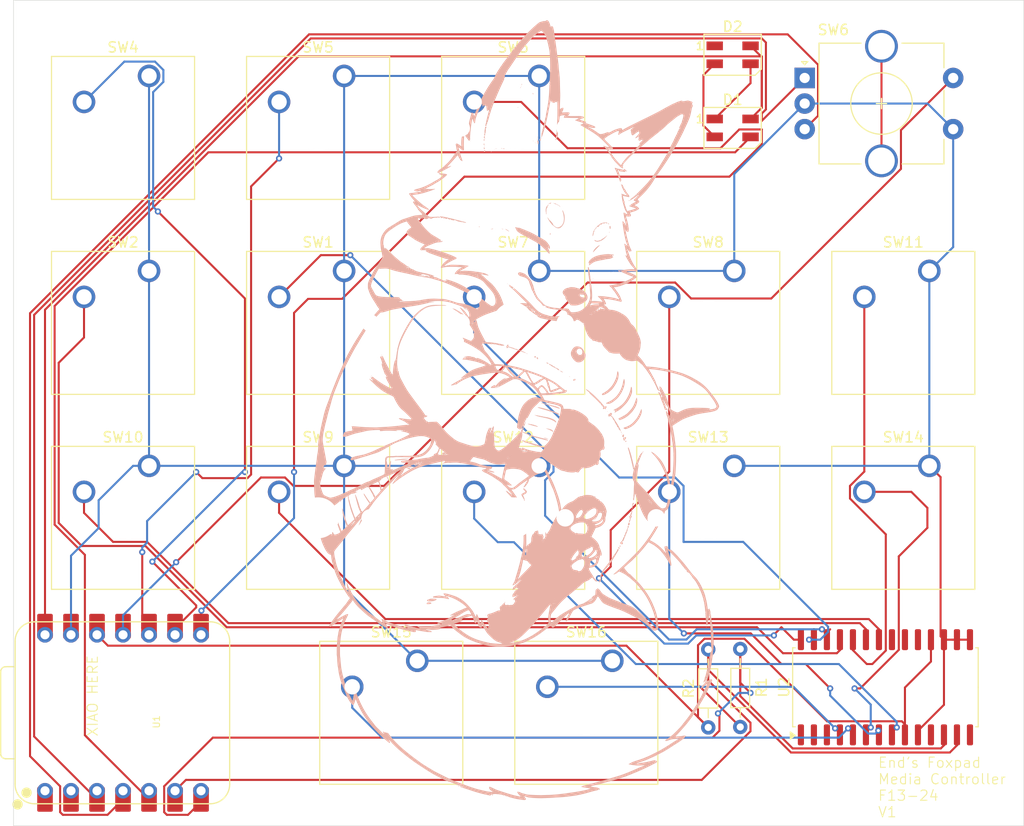
<source format=kicad_pcb>
(kicad_pcb (version 20240108) (generator "pcbnew") (generator_version "8.0")
  (layers (0 "F.Cu" signal) (31 "B.Cu" signal) (34 "B.Paste" user) (35 "F.Paste" user) (36 "B.SilkS" user "B.Silkscreen") (37 "F.SilkS" user "F.Silkscreen") (38 "B.Mask" user) (39 "F.Mask" user) (44 "Edge.Cuts" user))
  (net 0 "")
  (net 1 "Net-(D1-DIN)")
  (net 2 "Net-(D1-DOUT)")
  (net 3 "Net-(D1-VSS)")
  (net 4 "+5V")
  (net 6 "+3.3V")
  (net 7 "Net-(U1-GPIO0{slash}TX)")
  (net 8 "Net-(U1-GPIO7{slash}SCL)")
  (net 9 "Net-(U2-GPA5)")
  (net 10 "GND")
  (net 11 "Net-(U1-GPIO1{slash}RX)")
  (net 12 "Net-(U1-GPIO2{slash}SCK)")
  (net 13 "Net-(U1-GPIO4{slash}MISO)")
  (net 14 "ENC-B")
  (net 15 "ENC-A")
  (net 16 "Net-(U2-GPA6)")
  (net 17 "Net-(U2-GPA7)")
  (net 19 "Net-(U1-GPIO3{slash}MOSI)")
  (net 29 "unconnected-(SW6-PadMP)")
  (net 30 "Net-(U2-GPA4)")
  (net 31 "Net-(U2-GPA3)")
  (net 32 "Net-(U2-GPA1)")
  (net 33 "Net-(U2-GPB6)")
  (net 34 "Net-(U2-GPA2)")
  (net 35 "Net-(U2-GPB7)")
  (net 36 "Net-(U2-GPB5)")
  (net 37 "Net-(U2-GPB4)")
  (net 38 "Net-(U2-GPB3)")
  (footprint "Button_Switch_Keyboard:SW_Cherry_MX_1.00u_PCB" (layer "F.Cu") (at 107.315 75.8825)
    (property "Reference" "SW5" (at -2.54 -2.794 0) (layer "F.SilkS"))
    (property "Value" "SW_Push")
    (pad "" np_thru_hole circle (at -7.62 5.08) (size 1.7 1.7) (drill 1.7) (layers "*.Cu" "*.Mask"))
    (pad "" np_thru_hole circle (at -2.54 5.08) (size 4 4) (drill 4) (layers "*.Cu" "*.Mask"))
    (pad "" np_thru_hole circle (at 2.54 5.08) (size 1.7 1.7) (drill 1.7) (layers "*.Cu" "*.Mask"))
    (pad "1" thru_hole circle (at 0 0) (size 2.2 2.2) (drill 1.5) (layers "*.Cu" "*.Mask") (net 10 "GND"))
    (pad "2" thru_hole circle (at -6.35 2.54) (size 2.2 2.2) (drill 1.5) (layers "*.Cu" "*.Mask") (net 13 "Net-(U1-GPIO4{slash}MISO)"))
  )
  (footprint "Button_Switch_Keyboard:SW_Cherry_MX_1.00u_PCB" (layer "F.Cu") (at 126.365 94.9325)
    (property "Reference" "SW7" (at -2.54 -2.794 0) (layer "F.SilkS"))
    (property "Value" "SW_Push")
    (pad "" np_thru_hole circle (at -7.62 5.08) (size 1.7 1.7) (drill 1.7) (layers "*.Cu" "*.Mask"))
    (pad "" np_thru_hole circle (at -2.54 5.08) (size 4 4) (drill 4) (layers "*.Cu" "*.Mask"))
    (pad "" np_thru_hole circle (at 2.54 5.08) (size 1.7 1.7) (drill 1.7) (layers "*.Cu" "*.Mask"))
    (pad "1" thru_hole circle (at 0 0) (size 2.2 2.2) (drill 1.5) (layers "*.Cu" "*.Mask") (net 10 "GND"))
    (pad "2" thru_hole circle (at -6.35 2.54) (size 2.2 2.2) (drill 1.5) (layers "*.Cu" "*.Mask") (net 16 "Net-(U2-GPA6)"))
  )
  (footprint "Button_Switch_Keyboard:SW_Cherry_MX_1.00u_PCB" (layer "F.Cu") (at 164.465 113.9825)
    (property "Reference" "SW14" (at -2.54 -2.794 0) (layer "F.SilkS"))
    (property "Value" "SW_Push")
    (pad "" np_thru_hole circle (at -7.62 5.08) (size 1.7 1.7) (drill 1.7) (layers "*.Cu" "*.Mask"))
    (pad "" np_thru_hole circle (at -2.54 5.08) (size 4 4) (drill 4) (layers "*.Cu" "*.Mask"))
    (pad "" np_thru_hole circle (at 2.54 5.08) (size 1.7 1.7) (drill 1.7) (layers "*.Cu" "*.Mask"))
    (pad "1" thru_hole circle (at 0 0) (size 2.2 2.2) (drill 1.5) (layers "*.Cu" "*.Mask") (net 10 "GND"))
    (pad "2" thru_hole circle (at -6.35 2.54) (size 2.2 2.2) (drill 1.5) (layers "*.Cu" "*.Mask") (net 36 "Net-(U2-GPB5)"))
  )
  (footprint "Button_Switch_Keyboard:SW_Cherry_MX_1.00u_PCB" (layer "F.Cu") (at 107.315 94.9325)
    (property "Reference" "SW1" (at -2.54 -2.794 0) (layer "F.SilkS"))
    (property "Value" "SW_Push")
    (pad "" np_thru_hole circle (at -7.62 5.08) (size 1.7 1.7) (drill 1.7) (layers "*.Cu" "*.Mask"))
    (pad "" np_thru_hole circle (at -2.54 5.08) (size 4 4) (drill 4) (layers "*.Cu" "*.Mask"))
    (pad "" np_thru_hole circle (at 2.54 5.08) (size 1.7 1.7) (drill 1.7) (layers "*.Cu" "*.Mask"))
    (pad "1" thru_hole circle (at 0 0) (size 2.2 2.2) (drill 1.5) (layers "*.Cu" "*.Mask") (net 10 "GND"))
    (pad "2" thru_hole circle (at -6.35 2.54) (size 2.2 2.2) (drill 1.5) (layers "*.Cu" "*.Mask") (net 9 "Net-(U2-GPA5)"))
  )
  (footprint "Button_Switch_Keyboard:SW_Cherry_MX_1.00u_PCB" (layer "F.Cu") (at 126.365 113.9825)
    (property "Reference" "SW12" (at -2.54 -2.794 0) (layer "F.SilkS"))
    (property "Value" "SW_Push")
    (pad "" np_thru_hole circle (at -7.62 5.08) (size 1.7 1.7) (drill 1.7) (layers "*.Cu" "*.Mask"))
    (pad "" np_thru_hole circle (at -2.54 5.08) (size 4 4) (drill 4) (layers "*.Cu" "*.Mask"))
    (pad "" np_thru_hole circle (at 2.54 5.08) (size 1.7 1.7) (drill 1.7) (layers "*.Cu" "*.Mask"))
    (pad "1" thru_hole circle (at 0 0) (size 2.2 2.2) (drill 1.5) (layers "*.Cu" "*.Mask") (net 10 "GND"))
    (pad "2" thru_hole circle (at -6.35 2.54) (size 2.2 2.2) (drill 1.5) (layers "*.Cu" "*.Mask") (net 35 "Net-(U2-GPB7)"))
  )
  (footprint "Button_Switch_Keyboard:SW_Cherry_MX_1.00u_PCB" (layer "F.Cu") (at 133.50875 133.0325)
    (property "Reference" "SW16" (at -2.54 -2.794 0) (layer "F.SilkS"))
    (property "Value" "SW_Push")
    (pad "" np_thru_hole circle (at -7.62 5.08) (size 1.7 1.7) (drill 1.7) (layers "*.Cu" "*.Mask"))
    (pad "" np_thru_hole circle (at -2.54 5.08) (size 4 4) (drill 4) (layers "*.Cu" "*.Mask"))
    (pad "" np_thru_hole circle (at 2.54 5.08) (size 1.7 1.7) (drill 1.7) (layers "*.Cu" "*.Mask"))
    (pad "1" thru_hole circle (at 0 0) (size 2.2 2.2) (drill 1.5) (layers "*.Cu" "*.Mask") (net 10 "GND"))
    (pad "2" thru_hole circle (at -6.35 2.54) (size 2.2 2.2) (drill 1.5) (layers "*.Cu" "*.Mask") (net 38 "Net-(U2-GPB3)"))
  )
  (footprint "Button_Switch_Keyboard:SW_Cherry_MX_1.00u_PCB" (layer "F.Cu") (at 114.45875 133.0325)
    (property "Reference" "SW15" (at -2.54 -2.794 0) (layer "F.SilkS"))
    (property "Value" "SW_Push")
    (pad "" np_thru_hole circle (at -7.62 5.08) (size 1.7 1.7) (drill 1.7) (layers "*.Cu" "*.Mask"))
    (pad "" np_thru_hole circle (at -2.54 5.08) (size 4 4) (drill 4) (layers "*.Cu" "*.Mask"))
    (pad "" np_thru_hole circle (at 2.54 5.08) (size 1.7 1.7) (drill 1.7) (layers "*.Cu" "*.Mask"))
    (pad "1" thru_hole circle (at 0 0) (size 2.2 2.2) (drill 1.5) (layers "*.Cu" "*.Mask") (net 10 "GND"))
    (pad "2" thru_hole circle (at -6.35 2.54) (size 2.2 2.2) (drill 1.5) (layers "*.Cu" "*.Mask") (net 37 "Net-(U2-GPB4)"))
  )
  (footprint "Button_Switch_Keyboard:SW_Cherry_MX_1.00u_PCB" (layer "F.Cu") (at 88.265 113.9825)
    (property "Reference" "SW10" (at -2.54 -2.794 0) (layer "F.SilkS"))
    (property "Value" "SW_Push")
    (pad "" np_thru_hole circle (at -7.62 5.08) (size 1.7 1.7) (drill 1.7) (layers "*.Cu" "*.Mask"))
    (pad "" np_thru_hole circle (at -2.54 5.08) (size 4 4) (drill 4) (layers "*.Cu" "*.Mask"))
    (pad "" np_thru_hole circle (at 2.54 5.08) (size 1.7 1.7) (drill 1.7) (layers "*.Cu" "*.Mask"))
    (pad "1" thru_hole circle (at 0 0) (size 2.2 2.2) (drill 1.5) (layers "*.Cu" "*.Mask") (net 10 "GND"))
    (pad "2" thru_hole circle (at -6.35 2.54) (size 2.2 2.2) (drill 1.5) (layers "*.Cu" "*.Mask") (net 34 "Net-(U2-GPA2)"))
  )
  (footprint "Button_Switch_Keyboard:SW_Cherry_MX_1.00u_PCB" (layer "F.Cu") (at 164.465 94.9325)
    (property "Reference" "SW11" (at -2.54 -2.794 0) (layer "F.SilkS"))
    (property "Value" "SW_Push")
    (pad "" np_thru_hole circle (at -7.62 5.08) (size 1.7 1.7) (drill 1.7) (layers "*.Cu" "*.Mask"))
    (pad "" np_thru_hole circle (at -2.54 5.08) (size 4 4) (drill 4) (layers "*.Cu" "*.Mask"))
    (pad "" np_thru_hole circle (at 2.54 5.08) (size 1.7 1.7) (drill 1.7) (layers "*.Cu" "*.Mask"))
    (pad "1" thru_hole circle (at 0 0) (size 2.2 2.2) (drill 1.5) (layers "*.Cu" "*.Mask") (net 10 "GND"))
    (pad "2" thru_hole circle (at -6.35 2.54) (size 2.2 2.2) (drill 1.5) (layers "*.Cu" "*.Mask") (net 31 "Net-(U2-GPA3)"))
  )
  (footprint "LED_SMD:LED_SK6812MINI_PLCC4_3.5x3.5mm_P1.75mm" (layer "F.Cu") (at 145.25625 80.9625)
    (property "Reference" "D1" (at 0 -2.75 0) (layer "F.SilkS"))
    (property "Value" "SK6812MINI")
    (fp_text user "1" (at -3.2 -0.875 0) (layer "F.SilkS") (effects (font (size 0.8 0.8))))
    (pad "1" smd rect (at -1.75 -0.875) (size 1.6 0.85) (layers "F.Cu" "F.Paste" "F.Mask") (net 2 "Net-(D1-DOUT)"))
    (pad "2" smd rect (at -1.75 0.875) (size 1.6 0.85) (layers "F.Cu" "F.Paste" "F.Mask") (net 3 "Net-(D1-VSS)"))
    (pad "3" smd rect (at 1.75 0.875) (size 1.6 0.85) (layers "F.Cu" "F.Paste" "F.Mask") (net 1 "Net-(D1-DIN)"))
    (pad "4" smd rect (at 1.75 -0.875) (size 1.6 0.85) (layers "F.Cu" "F.Paste" "F.Mask") (net 4 "+5V"))
  )
  (footprint "Button_Switch_Keyboard:SW_Cherry_MX_1.00u_PCB" (layer "F.Cu") (at 88.265 94.9325)
    (property "Reference" "SW2" (at -2.54 -2.794 0) (layer "F.SilkS"))
    (property "Value" "SW_Push")
    (pad "" np_thru_hole circle (at -7.62 5.08) (size 1.7 1.7) (drill 1.7) (layers "*.Cu" "*.Mask"))
    (pad "" np_thru_hole circle (at -2.54 5.08) (size 4 4) (drill 4) (layers "*.Cu" "*.Mask"))
    (pad "" np_thru_hole circle (at 2.54 5.08) (size 1.7 1.7) (drill 1.7) (layers "*.Cu" "*.Mask"))
    (pad "1" thru_hole circle (at 0 0) (size 2.2 2.2) (drill 1.5) (layers "*.Cu" "*.Mask") (net 10 "GND"))
    (pad "2" thru_hole circle (at -6.35 2.54) (size 2.2 2.2) (drill 1.5) (layers "*.Cu" "*.Mask") (net 30 "Net-(U2-GPA4)"))
  )
  (footprint "Resistor_THT:R_Axial_DIN0204_L3.6mm_D1.6mm_P7.62mm_Horizontal" (layer "F.Cu") (at 146 139.5 90)
    (property "Reference" "R1" (at 3.864 2.082 90) (layer "F.SilkS"))
    (property "Value" "R")
    (pad "1" thru_hole circle (at 0 0 90) (size 1.4 1.4) (drill 0.7) (layers "*.Cu" "*.Mask") (net 6 "+3.3V"))
    (pad "2" thru_hole oval (at 7.62 0 90) (size 1.4 1.4) (drill 0.7) (layers "*.Cu" "*.Mask") (net 7 "Net-(U1-GPIO0{slash}TX)"))
  )
  (footprint "Resistor_THT:R_Axial_DIN0204_L3.6mm_D1.6mm_P7.62mm_Horizontal" (layer "F.Cu") (at 142.875 139.54125 90)
    (property "Reference" "R2" (at 3.81 -1.92 90) (layer "F.SilkS"))
    (property "Value" "R")
    (pad "1" thru_hole circle (at 0 0 90) (size 1.4 1.4) (drill 0.7) (layers "*.Cu" "*.Mask") (net 6 "+3.3V"))
    (pad "2" thru_hole oval (at 7.62 0 90) (size 1.4 1.4) (drill 0.7) (layers "*.Cu" "*.Mask") (net 8 "Net-(U1-GPIO7{slash}SCL)"))
  )
  (footprint "LED_SMD:LED_SK6812MINI_PLCC4_3.5x3.5mm_P1.75mm" (layer "F.Cu") (at 145.25625 73.81875)
    (property "Reference" "D2" (at 0 -2.75 0) (layer "F.SilkS"))
    (property "Value" "SK6812MINI")
    (fp_text user "1" (at -3.2 -0.875 0) (layer "F.SilkS") (effects (font (size 0.8 0.8))))
    (pad "1" smd rect (at -1.75 -0.875) (size 1.6 0.85) (layers "F.Cu" "F.Paste" "F.Mask"))
    (pad "2" smd rect (at -1.75 0.875) (size 1.6 0.85) (layers "F.Cu" "F.Paste" "F.Mask") (net 3 "Net-(D1-VSS)"))
    (pad "3" smd rect (at 1.75 0.875) (size 1.6 0.85) (layers "F.Cu" "F.Paste" "F.Mask") (net 2 "Net-(D1-DOUT)"))
    (pad "4" smd rect (at 1.75 -0.875) (size 1.6 0.85) (layers "F.Cu" "F.Paste" "F.Mask") (net 4 "+5V"))
  )
  (footprint "Button_Switch_Keyboard:SW_Cherry_MX_1.00u_PCB" (layer "F.Cu") (at 145.415 113.9825)
    (property "Reference" "SW13" (at -2.54 -2.794 0) (layer "F.SilkS"))
    (property "Value" "SW_Push")
    (pad "" np_thru_hole circle (at -7.62 5.08) (size 1.7 1.7) (drill 1.7) (layers "*.Cu" "*.Mask"))
    (pad "" np_thru_hole circle (at -2.54 5.08) (size 4 4) (drill 4) (layers "*.Cu" "*.Mask"))
    (pad "" np_thru_hole circle (at 2.54 5.08) (size 1.7 1.7) (drill 1.7) (layers "*.Cu" "*.Mask"))
    (pad "1" thru_hole circle (at 0 0) (size 2.2 2.2) (drill 1.5) (layers "*.Cu" "*.Mask") (net 10 "GND"))
    (pad "2" thru_hole circle (at -6.35 2.54) (size 2.2 2.2) (drill 1.5) (layers "*.Cu" "*.Mask") (net 33 "Net-(U2-GPB6)"))
  )
  (footprint "Button_Switch_Keyboard:SW_Cherry_MX_1.00u_PCB" (layer "F.Cu") (at 107.315 113.9825)
    (property "Reference" "SW9" (at -2.54 -2.794 0) (layer "F.SilkS"))
    (property "Value" "SW_Push")
    (pad "" np_thru_hole circle (at -7.62 5.08) (size 1.7 1.7) (drill 1.7) (layers "*.Cu" "*.Mask"))
    (pad "" np_thru_hole circle (at -2.54 5.08) (size 4 4) (drill 4) (layers "*.Cu" "*.Mask"))
    (pad "" np_thru_hole circle (at 2.54 5.08) (size 1.7 1.7) (drill 1.7) (layers "*.Cu" "*.Mask"))
    (pad "1" thru_hole circle (at 0 0) (size 2.2 2.2) (drill 1.5) (layers "*.Cu" "*.Mask") (net 10 "GND"))
    (pad "2" thru_hole circle (at -6.35 2.54) (size 2.2 2.2) (drill 1.5) (layers "*.Cu" "*.Mask") (net 32 "Net-(U2-GPA1)"))
  )
  (footprint "Button_Switch_Keyboard:SW_Cherry_MX_1.00u_PCB" (layer "F.Cu") (at 145.415 94.9325)
    (property "Reference" "SW8" (at -2.54 -2.794 0) (layer "F.SilkS"))
    (property "Value" "SW_Push")
    (pad "" np_thru_hole circle (at -7.62 5.08) (size 1.7 1.7) (drill 1.7) (layers "*.Cu" "*.Mask"))
    (pad "" np_thru_hole circle (at -2.54 5.08) (size 4 4) (drill 4) (layers "*.Cu" "*.Mask"))
    (pad "" np_thru_hole circle (at 2.54 5.08) (size 1.7 1.7) (drill 1.7) (layers "*.Cu" "*.Mask"))
    (pad "1" thru_hole circle (at 0 0) (size 2.2 2.2) (drill 1.5) (layers "*.Cu" "*.Mask") (net 10 "GND"))
    (pad "2" thru_hole circle (at -6.35 2.54) (size 2.2 2.2) (drill 1.5) (layers "*.Cu" "*.Mask") (net 17 "Net-(U2-GPA7)"))
  )
  (footprint "Button_Switch_Keyboard:SW_Cherry_MX_1.00u_PCB" (layer "F.Cu") (at 126.365 75.8825)
    (property "Reference" "SW3" (at -2.54 -2.794 0) (layer "F.SilkS"))
    (property "Value" "SW_Push")
    (pad "" np_thru_hole circle (at -7.62 5.08) (size 1.7 1.7) (drill 1.7) (layers "*.Cu" "*.Mask"))
    (pad "" np_thru_hole circle (at -2.54 5.08) (size 4 4) (drill 4) (layers "*.Cu" "*.Mask"))
    (pad "" np_thru_hole circle (at 2.54 5.08) (size 1.7 1.7) (drill 1.7) (layers "*.Cu" "*.Mask"))
    (pad "1" thru_hole circle (at 0 0) (size 2.2 2.2) (drill 1.5) (layers "*.Cu" "*.Mask") (net 10 "GND"))
    (pad "2" thru_hole circle (at -6.35 2.54) (size 2.2 2.2) (drill 1.5) (layers "*.Cu" "*.Mask") (net 11 "Net-(U1-GPIO1{slash}RX)"))
  )
  (footprint "Button_Switch_Keyboard:SW_Cherry_MX_1.00u_PCB" (layer "F.Cu") (at 88.265 75.8825)
    (property "Reference" "SW4" (at -2.54 -2.794 0) (layer "F.SilkS"))
    (property "Value" "SW_Push")
    (pad "" np_thru_hole circle (at -7.62 5.08) (size 1.7 1.7) (drill 1.7) (layers "*.Cu" "*.Mask"))
    (pad "" np_thru_hole circle (at -2.54 5.08) (size 4 4) (drill 4) (layers "*.Cu" "*.Mask"))
    (pad "" np_thru_hole circle (at 2.54 5.08) (size 1.7 1.7) (drill 1.7) (layers "*.Cu" "*.Mask"))
    (pad "1" thru_hole circle (at 0 0) (size 2.2 2.2) (drill 1.5) (layers "*.Cu" "*.Mask") (net 10 "GND"))
    (pad "2" thru_hole circle (at -6.35 2.54) (size 2.2 2.2) (drill 1.5) (layers "*.Cu" "*.Mask") (net 12 "Net-(U1-GPIO2{slash}SCK)"))
  )
  (footprint "Package_SO:SOIC-28W_7.5x17.9mm_P1.27mm" (layer "F.Cu") (at 160.17875 135.61875 90)
    (property "Reference" "U2" (at 0 -9.9 90) (layer "F.SilkS"))
    (property "Value" "MCP23017_SO")
    (pad "1" smd roundrect (at -4.65 -8.255 90) (size 2.05 0.6) (layers "F.Cu" "F.Paste" "F.Mask"))
    (pad "2" smd roundrect (at -4.65 -6.985 90) (size 2.05 0.6) (layers "F.Cu" "F.Paste" "F.Mask"))
    (pad "3" smd roundrect (at -4.65 -5.715 90) (size 2.05 0.6) (layers "F.Cu" "F.Paste" "F.Mask"))
    (pad "4" smd roundrect (at -4.65 -4.445 90) (size 2.05 0.6) (layers "F.Cu" "F.Paste" "F.Mask") (net 38 "Net-(U2-GPB3)"))
    (pad "5" smd roundrect (at -4.65 -3.175 90) (size 2.05 0.6) (layers "F.Cu" "F.Paste" "F.Mask") (net 37 "Net-(U2-GPB4)"))
    (pad "6" smd roundrect (at -4.65 -1.905 90) (size 2.05 0.6) (layers "F.Cu" "F.Paste" "F.Mask") (net 36 "Net-(U2-GPB5)"))
    (pad "7" smd roundrect (at -4.65 -0.635 90) (size 2.05 0.6) (layers "F.Cu" "F.Paste" "F.Mask") (net 33 "Net-(U2-GPB6)"))
    (pad "8" smd roundrect (at -4.65 0.635 90) (size 2.05 0.6) (layers "F.Cu" "F.Paste" "F.Mask") (net 35 "Net-(U2-GPB7)"))
    (pad "9" smd roundrect (at -4.65 1.905 90) (size 2.05 0.6) (layers "F.Cu" "F.Paste" "F.Mask") (net 6 "+3.3V"))
    (pad "10" smd roundrect (at -4.65 3.175 90) (size 2.05 0.6) (layers "F.Cu" "F.Paste" "F.Mask") (net 10 "GND"))
    (pad "11" smd roundrect (at -4.65 4.445 90) (size 2.05 0.6) (layers "F.Cu" "F.Paste" "F.Mask"))
    (pad "12" smd roundrect (at -4.65 5.715 90) (size 2.05 0.6) (layers "F.Cu" "F.Paste" "F.Mask") (net 7 "Net-(U1-GPIO0{slash}TX)"))
    (pad "13" smd roundrect (at -4.65 6.985 90) (size 2.05 0.6) (layers "F.Cu" "F.Paste" "F.Mask") (net 8 "Net-(U1-GPIO7{slash}SCL)"))
    (pad "14" smd roundrect (at -4.65 8.255 90) (size 2.05 0.6) (layers "F.Cu" "F.Paste" "F.Mask"))
    (pad "15" smd roundrect (at 4.65 8.255 90) (size 2.05 0.6) (layers "F.Cu" "F.Paste" "F.Mask") (net 10 "GND"))
    (pad "16" smd roundrect (at 4.65 6.985 90) (size 2.05 0.6) (layers "F.Cu" "F.Paste" "F.Mask") (net 10 "GND"))
    (pad "17" smd roundrect (at 4.65 5.715 90) (size 2.05 0.6) (layers "F.Cu" "F.Paste" "F.Mask") (net 10 "GND"))
    (pad "18" smd roundrect (at 4.65 4.445 90) (size 2.05 0.6) (layers "F.Cu" "F.Paste" "F.Mask") (net 6 "+3.3V"))
    (pad "19" smd roundrect (at 4.65 3.175 90) (size 2.05 0.6) (layers "F.Cu" "F.Paste" "F.Mask"))
    (pad "20" smd roundrect (at 4.65 1.905 90) (size 2.05 0.6) (layers "F.Cu" "F.Paste" "F.Mask"))
    (pad "21" smd roundrect (at 4.65 0.635 90) (size 2.05 0.6) (layers "F.Cu" "F.Paste" "F.Mask"))
    (pad "22" smd roundrect (at 4.65 -0.635 90) (size 2.05 0.6) (layers "F.Cu" "F.Paste" "F.Mask") (net 32 "Net-(U2-GPA1)"))
    (pad "23" smd roundrect (at 4.65 -1.905 90) (size 2.05 0.6) (layers "F.Cu" "F.Paste" "F.Mask") (net 34 "Net-(U2-GPA2)"))
    (pad "24" smd roundrect (at 4.65 -3.175 90) (size 2.05 0.6) (layers "F.Cu" "F.Paste" "F.Mask") (net 31 "Net-(U2-GPA3)"))
    (pad "25" smd roundrect (at 4.65 -4.445 90) (size 2.05 0.6) (layers "F.Cu" "F.Paste" "F.Mask") (net 30 "Net-(U2-GPA4)"))
    (pad "26" smd roundrect (at 4.65 -5.715 90) (size 2.05 0.6) (layers "F.Cu" "F.Paste" "F.Mask") (net 9 "Net-(U2-GPA5)"))
    (pad "27" smd roundrect (at 4.65 -6.985 90) (size 2.05 0.6) (layers "F.Cu" "F.Paste" "F.Mask") (net 16 "Net-(U2-GPA6)"))
    (pad "28" smd roundrect (at 4.65 -8.255 90) (size 2.05 0.6) (layers "F.Cu" "F.Paste" "F.Mask") (net 17 "Net-(U2-GPA7)"))
  )
  (footprint "OPL:XIAO-RP2040-DIP" (layer "F.Cu") (at 85.725 138.1125 90)
    (property "Reference" "U1" (at -0.8875 3.275 90) (layer "F.SilkS") (effects (font (size 0.635 0.635) (thickness 0.1016))))
    (property "Value" "XIAO-RP2040-DIP")
    (pad "1" smd roundrect (at -8.455 -7.62 270) (size 2.432 1.524) (layers "F.Cu" "F.Mask") (roundrect_rratio 0.1))
    (pad "1" thru_hole circle (at -7.62 -7.62 270) (size 1.524 1.524) (drill 0.889) (layers "*.Cu" "*.Mask"))
    (pad "2" smd roundrect (at -8.455 -5.08 270) (size 2.432 1.524) (layers "F.Cu" "F.Mask") (roundrect_rratio 0.1))
    (pad "2" thru_hole circle (at -7.62 -5.08 270) (size 1.524 1.524) (drill 0.889) (layers "*.Cu" "*.Mask"))
    (pad "3" smd roundrect (at -8.455 -2.54 270) (size 2.432 1.524) (layers "F.Cu" "F.Mask") (roundrect_rratio 0.1) (net 15 "ENC-A"))
    (pad "3" thru_hole circle (at -7.62 -2.54 270) (size 1.524 1.524) (drill 0.889) (layers "*.Cu" "*.Mask") (net 15 "ENC-A"))
    (pad "4" smd roundrect (at -8.455 0 270) (size 2.432 1.524) (layers "F.Cu" "F.Mask") (roundrect_rratio 0.1) (net 14 "ENC-B"))
    (pad "4" thru_hole circle (at -7.62 0 270) (size 1.524 1.524) (drill 0.889) (layers "*.Cu" "*.Mask") (net 14 "ENC-B"))
    (pad "5" smd roundrect (at -8.455 2.54 270) (size 2.432 1.524) (layers "F.Cu" "F.Mask") (roundrect_rratio 0.1) (net 1 "Net-(D1-DIN)"))
    (pad "5" thru_hole circle (at -7.62 2.54 270) (size 1.524 1.524) (drill 0.889) (layers "*.Cu" "*.Mask") (net 1 "Net-(D1-DIN)"))
    (pad "6" smd roundrect (at -8.455 5.08 270) (size 2.432 1.524) (layers "F.Cu" "F.Mask") (roundrect_rratio 0.1) (net 8 "Net-(U1-GPIO7{slash}SCL)"))
    (pad "6" thru_hole circle (at -7.62 5.08 270) (size 1.524 1.524) (drill 0.889) (layers "*.Cu" "*.Mask") (net 8 "Net-(U1-GPIO7{slash}SCL)"))
    (pad "7" smd roundrect (at -8.455 7.62 270) (size 2.432 1.524) (layers "F.Cu" "F.Mask") (roundrect_rratio 0.1) (net 7 "Net-(U1-GPIO0{slash}TX)"))
    (pad "7" thru_hole circle (at -7.62 7.62 270) (size 1.524 1.524) (drill 0.889) (layers "*.Cu" "*.Mask") (net 7 "Net-(U1-GPIO0{slash}TX)"))
    (pad "8" thru_hole circle (at 7.62 7.62 90) (size 1.524 1.524) (drill 0.889) (layers "*.Cu" "*.Mask") (net 11 "Net-(U1-GPIO1{slash}RX)"))
    (pad "8" smd roundrect (at 8.455 7.62 90) (size 2.432 1.524) (layers "F.Cu" "F.Mask") (roundrect_rratio 0.1) (net 11 "Net-(U1-GPIO1{slash}RX)"))
    (pad "9" thru_hole circle (at 7.62 5.08 90) (size 1.524 1.524) (drill 0.889) (layers "*.Cu" "*.Mask") (net 12 "Net-(U1-GPIO2{slash}SCK)"))
    (pad "9" smd roundrect (at 8.455 5.08 90) (size 2.432 1.524) (layers "F.Cu" "F.Mask") (roundrect_rratio 0.1) (net 12 "Net-(U1-GPIO2{slash}SCK)"))
    (pad "10" thru_hole circle (at 7.62 2.54 90) (size 1.524 1.524) (drill 0.889) (layers "*.Cu" "*.Mask") (net 13 "Net-(U1-GPIO4{slash}MISO)"))
    (pad "10" smd roundrect (at 8.455 2.54 90) (size 2.432 1.524) (layers "F.Cu" "F.Mask") (roundrect_rratio 0.1) (net 13 "Net-(U1-GPIO4{slash}MISO)"))
    (pad "11" thru_hole circle (at 7.62 0 90) (size 1.524 1.524) (drill 0.889) (layers "*.Cu" "*.Mask") (net 19 "Net-(U1-GPIO3{slash}MOSI)"))
    (pad "11" smd roundrect (at 8.455 0 90) (size 2.432 1.524) (layers "F.Cu" "F.Mask") (roundrect_rratio 0.1) (net 19 "Net-(U1-GPIO3{slash}MOSI)"))
    (pad "12" thru_hole circle (at 7.62 -2.54 90) (size 1.524 1.524) (drill 0.889) (layers "*.Cu" "*.Mask") (net 6 "+3.3V"))
    (pad "12" smd roundrect (at 8.455 -2.54 90) (size 2.432 1.524) (layers "F.Cu" "F.Mask") (roundrect_rratio 0.1) (net 6 "+3.3V"))
    (pad "13" thru_hole circle (at 7.62 -5.08 90) (size 1.524 1.524) (drill 0.889) (layers "*.Cu" "*.Mask") (net 10 "GND"))
    (pad "13" smd roundrect (at 8.455 -5.08 90) (size 2.432 1.524) (layers "F.Cu" "F.Mask") (roundrect_rratio 0.1) (net 10 "GND"))
    (pad "14" thru_hole circle (at 7.62 -7.62 90) (size 1.524 1.524) (drill 0.889) (layers "*.Cu" "*.Mask") (net 4 "+5V"))
    (pad "14" smd roundrect (at 8.455 -7.62 90) (size 2.432 1.524) (layers "F.Cu" "F.Mask") (roundrect_rratio 0.1) (net 4 "+5V"))
  )
  (footprint "Rotary_Encoder:RotaryEncoder_Alps_EC11E-Switch_Vertical_H20mm_CircularMountingHoles" (layer "F.Cu") (at 152.29375 76.08125)
    (property "Reference" "SW6" (at 2.8 -4.7 0) (layer "F.SilkS"))
    (property "Value" "RotaryEncoder_Switch")
    (pad "A" thru_hole rect (at 0 0) (size 2 2) (drill 1) (layers "*.Cu" "*.Mask") (net 15 "ENC-A"))
    (pad "B" thru_hole circle (at 0 5) (size 2 2) (drill 1) (layers "*.Cu" "*.Mask") (net 14 "ENC-B"))
    (pad "C" thru_hole circle (at 0 2.5) (size 2 2) (drill 1) (layers "*.Cu" "*.Mask") (net 10 "GND"))
    (pad "MP" thru_hole circle (at 7.5 -3.1) (size 3.2 3.2) (drill 2.6) (layers "*.Cu" "*.Mask") (net 29 "unconnected-(SW6-PadMP)"))
    (pad "MP" thru_hole circle (at 7.5 8.1) (size 3.2 3.2) (drill 2.6) (layers "*.Cu" "*.Mask") (net 29 "unconnected-(SW6-PadMP)"))
    (pad "S1" thru_hole circle (at 14.5 5) (size 2 2) (drill 1) (layers "*.Cu" "*.Mask") (net 10 "GND"))
    (pad "S2" thru_hole circle (at 14.5 0) (size 2 2) (drill 1) (layers "*.Cu" "*.Mask") (net 19 "Net-(U1-GPIO3{slash}MOSI)"))
  )
  (footprint "LOGO" (layer "B.Cu") (at 123.8 108.8 180)
    (property "Reference" "G***" (hide yes))
    (property "Value" "LOGO" (hide yes))
  )
  (gr_rect (start 75.0316 68.4875) (end 173.69015 149.1615) (stroke (width 0.05)) (fill none) (layer "Edge.Cuts"))
  (gr_text "XIAO HERE" (at 83.34375 140.5 90) (layer "F.SilkS") (effects (font (size 1 1) (thickness 0.1)) (justify left bottom)))
  (gr_text "End's Foxpad\nMedia Controller\nF13-24\nV1" (at 159.4 148.4 0) (layer "F.SilkS") (effects (font (size 1 1) (thickness 0.1)) (justify left bottom)))
  (segment (start 88.265 146.5675) (end 82.59875 140.90125) (width 0.2) (layer "F.Cu") (net 1))
  (segment (start 145.5 83.34375) (end 147.00625 81.8375) (width 0.2) (layer "F.Cu") (net 1))
  (segment (start 94.063851 83.34375) (end 145.5 83.34375) (width 0.2) (layer "F.Cu") (net 1))
  (segment (start 82.59875 140.90125) (end 82.123 140.4255) (width 0.2) (layer "F.Cu") (net 1))
  (segment (start 79.045 119.725242) (end 79.045 98.362601) (width 0.2) (layer "F.Cu") (net 1))
  (segment (start 82.59875 140.90125) (end 82 140.3025) (width 0.2) (layer "F.Cu") (net 1))
  (segment (start 82 140.3025) (end 82 122.680242) (width 0.2) (layer "F.Cu") (net 1))
  (segment (start 82 122.680242) (end 79.045 119.725242) (width 0.2) (layer "F.Cu") (net 1))
  (segment (start 79.045 98.362601) (end 94.063851 83.34375) (width 0.2) (layer "F.Cu") (net 1))
  (segment (start 147.00625 76.5875) (end 143.50625 80.0875) (width 0.2) (layer "F.Cu") (net 2))
  (segment (start 147.00625 74.69375) (end 147.00625 76.5875) (width 0.2) (layer "F.Cu") (net 2))
  (segment (start 143.50625 74.69375) (end 142.40625 75.79375) (width 0.2) (layer "F.Cu") (net 3))
  (segment (start 142.40625 75.79375) (end 142.40625 80.7375) (width 0.2) (layer "F.Cu") (net 3))
  (segment (start 142.40625 80.7375) (end 143.50625 81.8375) (width 0.2) (layer "F.Cu") (net 3))
  (segment (start 148.10625 78.9875) (end 148.10625 74.04375) (width 0.2) (layer "F.Cu") (net 4))
  (segment (start 148.10625 78.9875) (end 148.10625 73.96875) (width 0.2) (layer "F.Cu") (net 4))
  (segment (start 102.873165 73.96875) (end 78.105 98.736915) (width 0.2) (layer "F.Cu") (net 4))
  (segment (start 147.00625 80.0875) (end 148.10625 78.9875) (width 0.2) (layer "F.Cu") (net 4))
  (segment (start 148.10625 73.96875) (end 102.873165 73.96875) (width 0.2) (layer "F.Cu") (net 4))
  (segment (start 148.10625 74.04375) (end 147.00625 72.94375) (width 0.2) (layer "F.Cu") (net 4))
  (segment (start 78.105 98.736915) (end 78.105 130.4925) (width 0.2) (layer "F.Cu") (net 4))
  (segment (start 84.247 131.5545) (end 83.185 130.4925) (width 0.2) (layer "F.Cu") (net 6))
  (segment (start 154.477964 138.94375) (end 161.783749 138.94375) (width 0.2) (layer "F.Cu") (net 6))
  (segment (start 164.62375 130.96875) (end 164.62375 133.104302) (width 0.2) (layer "F.Cu") (net 6))
  (segment (start 146 139.5) (end 141.875 135.375) (width 0.2) (layer "F.Cu") (net 6))
  (segment (start 161.783749 138.94375) (end 162.08375 139.243751) (width 0.2) (layer "F.Cu") (net 6))
  (segment (start 162.08375 139.243751) (end 162.08375 140.26875) (width 0.2) (layer "F.Cu") (net 6))
  (segment (start 141.875 135.375) (end 141.875 131.507036) (width 0.2) (layer "F.Cu") (net 6))
  (segment (start 141.875 138.54125) (end 142.875 139.54125) (width 0.2) (layer "F.Cu") (net 6))
  (segment (start 134.88825 131.5545) (end 84.247 131.5545) (width 0.2) (layer "F.Cu") (net 6))
  (segment (start 141.875 131.507036) (end 141.875 138.54125) (width 0.2) (layer "F.Cu") (net 6))
  (segment (start 141.875 131.507036) (end 142.502036 130.88) (width 0.2) (layer "F.Cu") (net 6))
  (segment (start 142.502036 130.88) (end 146.414214 130.88) (width 0.2) (layer "F.Cu") (net 6))
  (segment (start 164.62375 133.104302) (end 162.08375 135.644302) (width 0.2) (layer "F.Cu") (net 6))
  (segment (start 162.08375 135.644302) (end 162.08375 140.26875) (width 0.2) (layer "F.Cu") (net 6))
  (segment (start 146.414214 130.88) (end 154.477964 138.94375) (width 0.2) (layer "F.Cu") (net 6))
  (segment (start 142.875 139.54125) (end 134.88825 131.5545) (width 0.2) (layer "F.Cu") (net 6))
  (segment (start 151.11875 141.59375) (end 165.5875 141.59375) (width 0.2) (layer "F.Cu") (net 7))
  (segment (start 165.5875 141.59375) (end 165.89375 141.2875) (width 0.2) (layer "F.Cu") (net 7))
  (segment (start 146 136.475) (end 151.11875 141.59375) (width 0.2) (layer "F.Cu") (net 7))
  (segment (start 146 131.88) (end 146 136.475) (width 0.2) (layer "F.Cu") (net 7))
  (segment (start 93.345 145.7325) (end 93.345 146.81013) (width 0.2) (layer "F.Cu") (net 7))
  (segment (start 143.967157 138.315687) (end 143.825735 138.174265) (width 0.2) (layer "F.Cu") (net 7))
  (segment (start 143.289214 140.54125) (end 143.967157 139.863307) (width 0.2) (layer "F.Cu") (net 7))
  (segment (start 90.003786 148.0835) (end 89.743 147.822714) (width 0.2) (layer "F.Cu") (net 7))
  (segment (start 143.967157 139.863307) (end 143.967157 138.315687) (width 0.2) (layer "F.Cu") (net 7))
  (segment (start 146 135.1725) (end 146 131.88) (width 0.2) (layer "F.Cu") (net 7))
  (segment (start 165.89375 141.2875) (end 165.89375 140.26875) (width 0.2) (layer "F.Cu") (net 7))
  (segment (start 147 136.1725) (end 146 135.1725) (width 0.2) (layer "F.Cu") (net 7))
  (segment (start 94.494355 140.54125) (end 143.289214 140.54125) (width 0.2) (layer "F.Cu") (net 7))
  (segment (start 89.743 145.292605) (end 94.494355 140.54125) (width 0.2) (layer "F.Cu") (net 7))
  (segment (start 92.07163 148.0835) (end 90.003786 148.0835) (width 0.2) (layer "F.Cu") (net 7))
  (segment (start 89.743 147.822714) (end 89.743 145.292605) (width 0.2) (layer "F.Cu") (net 7))
  (segment (start 93.345 146.81013) (end 92.07163 148.0835) (width 0.2) (layer "F.Cu") (net 7))
  (via (at 147 136.1725) (size 0.6) (drill 0.3) (layers "F.Cu" "B.Cu") (net 7))
  (via (at 143.825735 138.174265) (size 0.6) (drill 0.3) (layers "F.Cu" "B.Cu") (net 7))
  (segment (start 145.8275 136.1725) (end 147 136.1725) (width 0.2) (layer "B.Cu") (net 7))
  (segment (start 143.825735 138.174265) (end 145.8275 136.1725) (width 0.2) (layer "B.Cu") (net 7))
  (segment (start 167.16375 140.26875) (end 167.16375 141.293749) (width 0.2) (layer "F.Cu") (net 8))
  (segment (start 91.867 144.6705) (end 90.805 145.7325) (width 0.2) (layer "F.Cu") (net 8))
  (segment (start 142.243714 144.6705) (end 91.867 144.6705) (width 0.2) (layer "F.Cu") (net 8))
  (segment (start 142.875 131.92125) (end 142.875 134.960786) (width 0.2) (layer "F.Cu") (net 8))
  (segment (start 147 139.914214) (end 142.243714 144.6705) (width 0.2) (layer "F.Cu") (net 8))
  (segment (start 142.875 133.915686) (end 142.875 131.92125) (width 0.2) (layer "F.Cu") (net 8))
  (segment (start 142.875 134.960786) (end 147 139.085786) (width 0.2) (layer "F.Cu") (net 8))
  (segment (start 166.463749 141.99375) (end 150.953064 141.99375) (width 0.2) (layer "F.Cu") (net 8))
  (segment (start 147 139.085786) (end 147 139.914214) (width 0.2) (layer "F.Cu") (net 8))
  (segment (start 150.953064 141.99375) (end 142.875 133.915686) (width 0.2) (layer "F.Cu") (net 8))
  (segment (start 167.16375 141.293749) (end 166.463749 141.99375) (width 0.2) (layer "F.Cu") (net 8))
  (segment (start 154.46375 130.439219) (end 153.978725 129.954194) (width 0.2) (layer "F.Cu") (net 9))
  (segment (start 154.46375 130.96875) (end 154.46375 130.439219) (width 0.2) (layer "F.Cu") (net 9))
  (segment (start 105.043441 93.394059) (end 100.965 97.4725) (width 0.2) (layer "F.Cu") (net 9))
  (segment (start 154.46375 130.96875) (end 154.46375 130.271694) (width 0.2) (layer "F.Cu") (net 9))
  (segment (start 107.915 93.394059) (end 105.043441 93.394059) (width 0.2) (layer "F.Cu") (net 9))
  (segment (start 154.46375 130.271694) (end 154.78125 129.954194) (width 0.2) (layer "F.Cu") (net 9))
  (via (at 107.915 93.394059) (size 0.6) (drill 0.3) (layers "F.Cu" "B.Cu") (net 9))
  (via (at 153.978725 129.954194) (size 0.6) (drill 0.3) (layers "F.Cu" "B.Cu") (net 9))
  (segment (start 139.040096 130.954194) (end 126.944899 118.858997) (width 0.2) (layer "B.Cu") (net 9))
  (segment (start 153.978725 129.954194) (end 141.742279 129.954194) (width 0.2) (layer "B.Cu") (net 9))
  (segment (start 126.944899 118.858997) (end 126.944899 115.3825) (width 0.2) (layer "B.Cu") (net 9))
  (segment (start 127.765 114.562399) (end 127.765 113.244059) (width 0.2) (layer "B.Cu") (net 9))
  (segment (start 127.765 113.244059) (end 107.915 93.394059) (width 0.2) (layer "B.Cu") (net 9))
  (segment (start 126.944899 115.3825) (end 127.765 114.562399) (width 0.2) (layer "B.Cu") (net 9))
  (segment (start 140.742279 130.954194) (end 139.040096 130.954194) (width 0.2) (layer "B.Cu") (net 9))
  (segment (start 141.742279 129.954194) (end 140.742279 130.954194) (width 0.2) (layer "B.Cu") (net 9))
  (segment (start 163.35375 139.873198) (end 163.35375 140.26875) (width 0.2) (layer "F.Cu") (net 10))
  (segment (start 165.89375 130.96875) (end 165.89375 137.333198) (width 0.2) (layer "F.Cu") (net 10))
  (segment (start 165.89375 130.96875) (end 166.6875 130.96875) (width 0.2) (layer "F.Cu") (net 10))
  (segment (start 166.6875 130.96875) (end 168.43375 130.96875) (width 0.2) (layer "F.Cu") (net 10))
  (segment (start 165.89375 137.333198) (end 163.35375 139.873198) (width 0.2) (layer "F.Cu") (net 10))
  (segment (start 164.465 113.9825) (end 165.564999 115.082499) (width 0.2) (layer "F.Cu") (net 10))
  (segment (start 166.6875 130.96875) (end 167.16375 130.96875) (width 0.2) (layer "F.Cu") (net 10))
  (segment (start 165.564999 130.639999) (end 165.89375 130.96875) (width 0.2) (layer "F.Cu") (net 10))
  (segment (start 165.564999 115.082499) (end 165.564999 130.639999) (width 0.2) (layer "F.Cu") (net 10))
  (segment (start 86.709366 113.9825) (end 83.34375 117.348116) (width 0.2) (layer "B.Cu") (net 10))
  (segment (start 107.315 113.9825) (end 107.315 75.8825) (width 0.2) (layer "B.Cu") (net 10))
  (segment (start 126.365 94.9325) (end 145.415 94.9325) (width 0.2) (layer "B.Cu") (net 10))
  (segment (start 88.265 75.8825) (end 88.265 94.9325) (width 0.2) (layer "B.Cu") (net 10))
  (segment (start 83.34375 120.067153) (end 80.645 122.765903) (width 0.2) (layer "B.Cu") (net 10))
  (segment (start 166.79375 81.08125) (end 166.79375 92.60375) (width 0.2) (layer "B.Cu") (net 10))
  (segment (start 83.34375 117.348116) (end 83.34375 120.067153) (width 0.2) (layer "B.Cu") (net 10))
  (segment (start 107.315 113.9825) (end 126.365 113.9825) (width 0.2) (layer "B.Cu") (net 10))
  (segment (start 107.315 125.88875) (end 114.45875 133.0325) (width 0.2) (layer "B.Cu") (net 10))
  (segment (start 164.465 113.9825) (end 145.415 113.9825) (width 0.2) (layer "B.Cu") (net 10))
  (segment (start 145.415 94.9325) (end 145.415 85.46) (width 0.2) (layer "B.Cu") (net 10))
  (segment (start 114.45875 133.0325) (end 133.50875 133.0325) (width 0.2) (layer "B.Cu") (net 10))
  (segment (start 164.465 94.9325) (end 164.465 113.9825) (width 0.2) (layer "B.Cu") (net 10))
  (segment (start 145.415 85.46) (end 152.29375 78.58125) (width 0.2) (layer "B.Cu") (net 10))
  (segment (start 107.315 113.9825) (end 107.315 125.88875) (width 0.2) (layer "B.Cu") (net 10))
  (segment (start 88.265 94.9325) (end 88.265 113.9825) (width 0.2) (layer "B.Cu") (net 10))
  (segment (start 164.29375 78.58125) (end 166.79375 81.08125) (width 0.2) (layer "B.Cu") (net 10))
  (segment (start 107.315 75.8825) (end 126.365 75.8825) (width 0.2) (layer "B.Cu") (net 10))
  (segment (start 88.265 113.9825) (end 107.315 113.9825) (width 0.2) (layer "B.Cu") (net 10))
  (segment (start 152.29375 78.58125) (end 164.29375 78.58125) (width 0.2) (layer "B.Cu") (net 10))
  (segment (start 88.265 113.9825) (end 86.709366 113.9825) (width 0.2) (layer "B.Cu") (net 10))
  (segment (start 166.79375 92.60375) (end 164.465 94.9325) (width 0.2) (layer "B.Cu") (net 10))
  (segment (start 80.645 122.765903) (end 80.645 130.4925) (width 0.2) (layer "B.Cu") (net 10))
  (segment (start 126.365 75.8825) (end 126.365 94.9325) (width 0.2) (layer "B.Cu") (net 10))
  (segment (start 107.125 97.6625) (end 119.0625 85.725) (width 0.2) (layer "F.Cu") (net 11))
  (segment (start 144.075 82.94375) (end 129.129652 82.94375) (width 0.2) (layer "F.Cu") (net 11))
  (segment (start 148.10625 82.5625) (end 148.10625 81.1125) (width 0.2) (layer "F.Cu") (net 11))
  (segment (start 145.90625 81.1125) (end 144.075 82.94375) (width 0.2) (layer "F.Cu") (net 11))
  (segment (start 119.0625 85.725) (end 144.94375 85.725) (width 0.2) (layer "F.Cu") (net 11))
  (segment (start 93.345 128.16585) (end 93.379567 128.131283) (width 0.2) (layer "F.Cu") (net 11))
  (segment (start 102.425 99.039098) (end 103.801598 97.6625) (width 0.2) (layer "F.Cu") (net 11))
  (segment (start 93.345 130.4925) (end 93.345 128.16585) (width 0.2) (layer "F.Cu") (net 11))
  (segment (start 148.10625 81.1125) (end 145.90625 81.1125) (width 0.2) (layer "F.Cu") (net 11))
  (segment (start 124.608402 78.4225) (end 120.015 78.4225) (width 0.2) (layer "F.Cu") (net 11))
  (segment (start 103.801598 97.6625) (end 107.125 97.6625) (width 0.2) (layer "F.Cu") (net 11))
  (segment (start 102.425 114.5825) (end 102.425 99.039098) (width 0.2) (layer "F.Cu") (net 11))
  (segment (start 129.129652 82.94375) (end 124.608402 78.4225) (width 0.2) (layer "F.Cu") (net 11))
  (segment (start 144.94375 85.725) (end 148.10625 82.5625) (width 0.2) (layer "F.Cu") (net 11))
  (via (at 93.379567 128.131283) (size 0.6) (drill 0.3) (layers "F.Cu" "B.Cu") (net 11))
  (via (at 102.425 114.5825) (size 0.6) (drill 0.3) (layers "F.Cu" "B.Cu") (net 11))
  (segment (start 102.425 119.08585) (end 102.425 114.5825) (width 0.2) (layer "B.Cu") (net 11))
  (segment (start 93.379567 128.131283) (end 102.425 119.08585) (width 0.2) (layer "B.Cu") (net 11))
  (segment (start 97.63125 114.5825) (end 97.63125 97.631249) (width 0.2) (layer "F.Cu") (net 12))
  (segment (start 90.805 130.4925) (end 90.805 129.880286) (width 0.2) (layer "F.Cu") (net 12))
  (segment (start 90.805 129.880286) (end 92.86875 127.816536) (width 0.2) (layer "F.Cu") (net 12))
  (segment (start 92.86875 127.816536) (end 92.86875 127.620466) (width 0.2) (layer "F.Cu") (net 12))
  (segment (start 92.86875 127.620466) (end 88.589767 123.341483) (width 0.2) (layer "F.Cu") (net 12))
  (segment (start 97.63125 97.631249) (end 89.128066 89.128065) (width 0.2) (layer "F.Cu") (net 12))
  (via (at 97.63125 114.5825) (size 0.6) (drill 0.3) (layers "F.Cu" "B.Cu") (net 12))
  (via (at 89.128066 89.128065) (size 0.6) (drill 0.3) (layers "F.Cu" "B.Cu") (net 12))
  (via (at 88.589767 123.341483) (size 0.6) (drill 0.3) (layers "F.Cu" "B.Cu") (net 12))
  (segment (start 89.665 76.462399) (end 89.665 75.302601) (width 0.2) (layer "B.Cu") (net 12))
  (segment (start 89.665 75.302601) (end 88.844899 74.4825) (width 0.2) (layer "B.Cu") (net 12))
  (segment (start 88.665 88.664999) (end 88.665 77.462399) (width 0.2) (layer "B.Cu") (net 12))
  (segment (start 88.844899 74.4825) (end 85.855 74.4825) (width 0.2) (layer "B.Cu") (net 12))
  (segment (start 89.128066 89.128065) (end 88.665 88.664999) (width 0.2) (layer "B.Cu") (net 12))
  (segment (start 85.855 74.4825) (end 81.915 78.4225) (width 0.2) (layer "B.Cu") (net 12))
  (segment (start 97.34875 114.5825) (end 97.63125 114.5825) (width 0.2) (layer "B.Cu") (net 12))
  (segment (start 88.665 77.462399) (end 89.665 76.462399) (width 0.2) (layer "B.Cu") (net 12))
  (segment (start 88.589767 123.341483) (end 97.34875 114.5825) (width 0.2) (layer "B.Cu") (net 12))
  (segment (start 93.46875 115.1825) (end 97.879779 115.1825) (width 0.2) (layer "F.Cu") (net 13))
  (segment (start 97.879779 115.1825) (end 98.23125 114.831029) (width 0.2) (layer "F.Cu") (net 13))
  (segment (start 88.265 130.4925) (end 87.602206 129.829706) (width 0.2) (layer "F.Cu") (net 13))
  (segment (start 92.86875 114.5825) (end 93.46875 115.1825) (width 0.2) (layer "F.Cu") (net 13))
  (segment (start 87.602206 129.829706) (end 87.602206 122.4125) (width 0.2) (layer "F.Cu") (net 13))
  (segment (start 98.23125 114.831029) (end 98.23125 86.6775) (width 0.2) (layer "F.Cu") (net 13))
  (segment (start 98.23125 86.6775) (end 100.965 83.94375) (width 0.2) (layer "F.Cu") (net 13))
  (via (at 100.965 83.94375) (size 0.6) (drill 0.3) (layers "F.Cu" "B.Cu") (net 13))
  (via (at 92.86875 114.5825) (size 0.6) (drill 0.3) (layers "F.Cu" "B.Cu") (net 13))
  (via (at 87.602206 122.4125) (size 0.6) (drill 0.3) (layers "F.Cu" "B.Cu") (net 13))
  (segment (start 100.965 78.4225) (end 100.965 83.94375) (width 0.2) (layer "B.Cu") (net 13))
  (segment (start 88.075 121.475) (end 88.075 119.37625) (width 0.2) (layer "B.Cu") (net 13))
  (segment (start 87.602206 122.4125) (end 87.602206 121.947794) (width 0.2) (layer "B.Cu") (net 13))
  (segment (start 88.075 119.37625) (end 92.86875 114.5825) (width 0.2) (layer "B.Cu") (net 13))
  (segment (start 87.602206 121.947794) (end 88.075 121.475) (width 0.2) (layer "B.Cu") (net 13))
  (segment (start 76.643 142.352605) (end 79.583 145.292605) (width 0.2) (layer "F.Cu") (net 14))
  (segment (start 79.583 147.822714) (end 79.843786 148.0835) (width 0.2) (layer "F.Cu") (net 14))
  (segment (start 150.63125 71.81875) (end 103.891793 71.81875) (width 0.2) (layer "F.Cu") (net 14))
  (segment (start 153.59375 79.78125) (end 153.59375 74.78125) (width 0.2) (layer "F.Cu") (net 14))
  (segment (start 76.643 99.067543) (end 76.643 142.352605) (width 0.2) (layer "F.Cu") (net 14))
  (segment (start 85.725 146.5675) (end 85.725 145.7325) (width 0.2) (layer "F.Cu") (net 14))
  (segment (start 153.59375 74.78125) (end 150.63125 71.81875) (width 0.2) (layer "F.Cu") (net 14))
  (segment (start 79.583 145.292605) (end 79.583 147.822714) (width 0.2) (layer "F.Cu") (net 14))
  (segment (start 84.209 148.0835) (end 85.725 146.5675) (width 0.2) (layer "F.Cu") (net 14))
  (segment (start 152.29375 81.08125) (end 153.59375 79.78125) (width 0.2) (layer "F.Cu") (net 14))
  (segment (start 79.843786 148.0835) (end 84.209 148.0835) (width 0.2) (layer "F.Cu") (net 14))
  (segment (start 103.891793 71.81875) (end 76.643 99.067543) (width 0.2) (layer "F.Cu") (net 14))
  (segment (start 148.50625 72.61875) (end 148.10625 72.21875) (width 0.2) (layer "F.Cu") (net 15))
  (segment (start 104.057479 72.21875) (end 77.043 99.233229) (width 0.2) (layer "F.Cu") (net 15))
  (segment (start 77.043 99.233229) (end 77.043 140.4255) (width 0.2) (layer "F.Cu") (net 15))
  (segment (start 148.10625 79.553185) (end 148.50625 79.153185) (width 0.2) (layer "F.Cu") (net 15))
  (segment (start 148.10625 72.21875) (end 104.057479 72.21875) (width 0.2) (layer "F.Cu") (net 15))
  (segment (start 148.10625 80.26875) (end 148.10625 79.553185) (width 0.2) (layer "F.Cu") (net 15))
  (segment (start 148.50625 79.153185) (end 148.50625 72.61875) (width 0.2) (layer "F.Cu") (net 15))
  (segment (start 77.043 140.4255) (end 83.185 146.5675) (width 0.2) (layer "F.Cu") (net 15))
  (segment (start 152.29375 76.08125) (end 148.10625 80.26875) (width 0.2) (layer "F.Cu") (net 15))
  (segment (start 153.19375 129.943751) (end 153.19375 130.498749) (width 0.2) (layer "F.Cu") (net 16))
  (segment (start 153.19375 130.96875) (end 153.19375 129.943751) (width 0.2) (layer "F.Cu") (net 16))
  (segment (start 153.19375 130.498749) (end 152.723749 130.96875) (width 0.2) (layer "F.Cu") (net 16))
  (via (at 152.723749 130.96875) (size 0.6) (drill 0.3) (layers "F.Cu" "B.Cu") (net 16))
  (segment (start 120.015 100.965) (end 120.015 97.4725) (width 0.2) (layer "B.Cu") (net 16))
  (segment (start 146.28806 121.415) (end 140.465 121.415) (width 0.2) (layer "B.Cu") (net 16))
  (segment (start 153.812698 130.96875) (end 154.578725 130.202723) (width 0.2) (layer "B.Cu") (net 16))
  (segment (start 152.723749 130.96875) (end 153.812698 130.96875) (width 0.2) (layer "B.Cu") (net 16))
  (segment (start 139.644899 115.1225) (end 134.1725 115.1225) (width 0.2) (layer "B.Cu") (net 16))
  (segment (start 134.1725 115.1225) (end 120.015 100.965) (width 0.2) (layer "B.Cu") (net 16))
  (segment (start 140.465 121.415) (end 140.465 115.942601) (width 0.2) (layer "B.Cu") (net 16))
  (segment (start 140.465 115.942601) (end 139.644899 115.1225) (width 0.2) (layer "B.Cu") (net 16))
  (segment (start 154.578725 129.705665) (end 146.28806 121.415) (width 0.2) (layer "B.Cu") (net 16))
  (segment (start 154.578725 130.202723) (end 154.578725 129.705665) (width 0.2) (layer "B.Cu") (net 16))
  (segment (start 133.35 120.257601) (end 139.065 114.542601) (width 0.2) (layer "F.Cu") (net 17))
  (segment (start 149.286027 130.486917) (end 149.286027 130.554194) (width 0.2) (layer "F.Cu") (net 17))
  (segment (start 133.35 123.825) (end 133.35 120.257601) (width 0.2) (layer "F.Cu") (net 17))
  (segment (start 151.92375 130.96875) (end 151.233306 130.96875) (width 0.2) (layer "F.Cu") (net 17))
  (segment (start 150.01875 129.754194) (end 149.286027 130.486917) (width 0.2) (layer "F.Cu") (net 17))
  (segment (start 139.065 114.542601) (end 139.065 97.4725) (width 0.2) (layer "F.Cu") (net 17))
  (segment (start 132.206186 124.968814) (end 133.35 123.825) (width 0.2) (layer "F.Cu") (net 17))
  (segment (start 151.233306 130.96875) (end 150.01875 129.754194) (width 0.2) (layer "F.Cu") (net 17))
  (via (at 149.286027 130.554194) (size 0.6) (drill 0.3) (layers "F.Cu" "B.Cu") (net 17))
  (via (at 132.206186 124.968814) (size 0.6) (drill 0.3) (layers "F.Cu" "B.Cu") (net 17))
  (segment (start 138.591566 131.354194) (end 132.206186 124.968814) (width 0.2) (layer "B.Cu") (net 17))
  (segment (start 141.707965 130.554194) (end 140.907965 131.354194) (width 0.2) (layer "B.Cu") (net 17))
  (segment (start 140.907965 131.354194) (end 138.591566 131.354194) (width 0.2) (layer "B.Cu") (net 17))
  (segment (start 149.286027 130.554194) (end 141.707965 130.554194) (width 0.2) (layer "B.Cu") (net 17))
  (segment (start 131.088402 96.0725) (end 111.218301 115.942601) (width 0.2) (layer "F.Cu") (net 19))
  (segment (start 111.218301 115.942601) (end 102.365 115.942601) (width 0.2) (layer "F.Cu") (net 19))
  (segment (start 166.79375 76.08125) (end 161.69375 81.18125) (width 0.2) (layer "F.Cu") (net 19))
  (segment (start 161.69375 81.18125) (end 161.69375 84.968256) (width 0.2) (layer "F.Cu") (net 19))
  (segment (start 102.365 115.942601) (end 101.544899 115.1225) (width 0.2) (layer "F.Cu") (net 19))
  (segment (start 99.19 115.1225) (end 90.911765 123.400735) (width 0.2) (layer "F.Cu") (net 19))
  (segment (start 141.203649 97.63125) (end 139.644899 96.0725) (width 0.2) (layer "F.Cu") (net 19))
  (segment (start 149.030756 97.63125) (end 141.203649 97.63125) (width 0.2) (layer "F.Cu") (net 19))
  (segment (start 101.544899 115.1225) (end 99.19 115.1225) (width 0.2) (layer "F.Cu") (net 19))
  (segment (start 139.644899 96.0725) (end 131.088402 96.0725) (width 0.2) (layer "F.Cu") (net 19))
  (segment (start 161.69375 84.968256) (end 149.030756 97.63125) (width 0.2) (layer "F.Cu") (net 19))
  (via (at 90.911765 123.400735) (size 0.6) (drill 0.3) (layers "F.Cu" "B.Cu") (net 19))
  (segment (start 85.725 128.5875) (end 85.725 130.4925) (width 0.2) (layer "B.Cu") (net 19))
  (segment (start 90.911765 123.400735) (end 85.725 128.5875) (width 0.2) (layer "B.Cu") (net 19))
  (segment (start 159.79375 72.98125) (end 159.79375 84.18125) (width 0.2) (layer "F.Cu") (net 29))
  (segment (start 81.697944 121.8125) (end 79.445 119.559556) (width 0.2) (layer "F.Cu") (net 30))
  (segment (start 155.73375 131.993749) (end 155.433749 132.29375) (width 0.2) (layer "F.Cu") (net 30))
  (segment (start 87.909314 121.8125) (end 81.697944 121.8125) (width 0.2) (layer "F.Cu") (net 30))
  (segment (start 155.73375 130.96875) (end 155.73375 131.993749) (width 0.2) (layer "F.Cu") (net 30))
  (segment (start 147.6375 129.754194) (end 95.851008 129.754194) (width 0.2) (layer "F.Cu") (net 30))
  (segment (start 95.851008 129.754194) (end 87.909314 121.8125) (width 0.2) (layer "F.Cu") (net 30))
  (segment (start 150.177056 132.29375) (end 147.6375 129.754194) (width 0.2) (layer "F.Cu") (net 30))
  (segment (start 79.445 119.559556) (end 79.445 103.91125) (width 0.2) (layer "F.Cu") (net 30))
  (segment (start 81.915 101.44125) (end 81.915 97.4725) (width 0.2) (layer "F.Cu") (net 30))
  (segment (start 79.445 103.91125) (end 81.915 101.44125) (width 0.2) (layer "F.Cu") (net 30))
  (segment (start 155.433749 132.29375) (end 150.177056 132.29375) (width 0.2) (layer "F.Cu") (net 30))
  (segment (start 156.715 117.175902) (end 156.715 115.942601) (width 0.2) (layer "F.Cu") (net 31))
  (segment (start 156.715 115.942601) (end 158.115 114.542601) (width 0.2) (layer "F.Cu") (net 31))
  (segment (start 158.115 114.542601) (end 158.115 97.4725) (width 0.2) (layer "F.Cu") (net 31))
  (segment (start 160.21375 132.034302) (end 160.21375 120.674652) (width 0.2) (layer "F.Cu") (net 31))
  (segment (start 158.360001 133.35) (end 158.898052 133.35) (width 0.2) (layer "F.Cu") (net 31))
  (segment (start 160.21375 120.674652) (end 156.715 117.175902) (width 0.2) (layer "F.Cu") (net 31))
  (segment (start 158.898052 133.35) (end 160.21375 132.034302) (width 0.2) (layer "F.Cu") (net 31))
  (segment (start 157.00375 130.96875) (end 157.00375 131.993749) (width 0.2) (layer "F.Cu") (net 31))
  (segment (start 157.00375 131.993749) (end 158.360001 133.35) (width 0.2) (layer "F.Cu") (net 31))
  (segment (start 159.54375 129.943751) (end 158.554193 128.954194) (width 0.2) (layer "F.Cu") (net 32))
  (segment (start 100.965 118.575902) (end 100.965 116.5225) (width 0.2) (layer "F.Cu") (net 32))
  (segment (start 159.54375 130.96875) (end 159.54375 129.943751) (width 0.2) (layer "F.Cu") (net 32))
  (segment (start 158.554193 128.954194) (end 111.343292 128.954194) (width 0.2) (layer "F.Cu") (net 32))
  (segment (start 111.343292 128.954194) (end 100.965 118.575902) (width 0.2) (layer "F.Cu") (net 32))
  (segment (start 154.78125 135.73125) (end 152.4 133.35) (width 0.2) (layer "F.Cu") (net 33))
  (segment (start 159.54375 139.910792) (end 159.482856 139.849898) (width 0.2) (layer "F.Cu") (net 33))
  (segment (start 152.4 133.35) (end 150.01875 133.35) (width 0.2) (layer "F.Cu") (net 33))
  (segment (start 147.022944 130.354194) (end 140.49375 130.354194) (width 0.2) (layer "F.Cu") (net 33))
  (segment (start 150.01875 133.35) (end 147.022944 130.354194) (width 0.2) (layer "F.Cu") (net 33))
  (segment (start 159.54375 140.26875) (end 159.54375 139.910792) (width 0.2) (layer "F.Cu") (net 33))
  (via (at 140.49375 130.354194) (size 0.6) (drill 0.3) (layers "F.Cu" "B.Cu") (net 33))
  (via (at 154.78125 135.73125) (size 0.6) (drill 0.3) (layers "F.Cu" "B.Cu") (net 33))
  (via (at 159.482856 139.849898) (size 0.6) (drill 0.3) (layers "F.Cu" "B.Cu") (net 33))
  (segment (start 159.189004 140.14375) (end 158.495221 140.14375) (width 0.2) (layer "B.Cu") (net 33))
  (segment (start 140.49375 130.354194) (end 139.065 128.925444) (width 0.2) (layer "B.Cu") (net 33))
  (segment (start 139.065 128.925444) (end 139.065 116.5225) (width 0.2) (layer "B.Cu") (net 33))
  (segment (start 159.482856 139.849898) (end 159.189004 140.14375) (width 0.2) (layer "B.Cu") (net 33))
  (segment (start 154.78125 136.429779) (end 154.78125 135.73125) (width 0.2) (layer "B.Cu") (net 33))
  (segment (start 158.495221 140.14375) (end 154.78125 136.429779) (width 0.2) (layer "B.Cu") (net 33))
  (segment (start 84.751598 121.4125) (end 81.915 118.575902) (width 0.2) (layer "F.Cu") (net 34))
  (segment (start 81.915 118.575902) (end 81.915 116.5225) (width 0.2) (layer "F.Cu") (net 34))
  (segment (start 96.016694 129.354194) (end 88.075 121.4125) (width 0.2) (layer "F.Cu") (net 34))
  (segment (start 158.27375 129.943751) (end 157.684193 129.354194) (width 0.2) (layer "F.Cu") (net 34))
  (segment (start 88.075 121.4125) (end 84.751598 121.4125) (width 0.2) (layer "F.Cu") (net 34))
  (segment (start 157.684193 129.354194) (end 96.016694 129.354194) (width 0.2) (layer "F.Cu") (net 34))
  (segment (start 158.27375 130.96875) (end 158.27375 129.943751) (width 0.2) (layer "F.Cu") (net 34))
  (segment (start 160.81375 140.26875) (end 160.81375 140.01375) (width 0.2) (layer "F.Cu") (net 35))
  (segment (start 160.81375 140.01375) (end 161.28375 139.54375) (width 0.2) (layer "F.Cu") (net 35))
  (via (at 161.28375 139.54375) (size 0.6) (drill 0.3) (layers "F.Cu" "B.Cu") (net 35))
  (segment (start 122.32625 121.44375) (end 120.015 119.1325) (width 0.2) (layer "B.Cu") (net 35))
  (segment (start 155.629779 133.35) (end 135.806149 133.35) (width 0.2) (layer "B.Cu") (net 35))
  (segment (start 123.899899 121.44375) (end 122.32625 121.44375) (width 0.2) (layer "B.Cu") (net 35))
  (segment (start 135.806149 133.35) (end 123.899899 121.44375) (width 0.2) (layer "B.Cu") (net 35))
  (segment (start 161.28375 139.003971) (end 155.629779 133.35) (width 0.2) (layer "B.Cu") (net 35))
  (segment (start 161.28375 139.54375) (end 161.28375 139.003971) (width 0.2) (layer "B.Cu") (net 35))
  (segment (start 120.015 119.1325) (end 120.015 116.5225) (width 0.2) (layer "B.Cu") (net 35))
  (segment (start 157.1625 135.73125) (end 157.716802 135.73125) (width 0.2) (layer "F.Cu") (net 36))
  (segment (start 158.27375 140.01375) (end 158.74375 139.54375) (width 0.2) (layer "F.Cu") (net 36))
  (segment (start 161.48375 122.827152) (end 164.275 120.035902) (width 0.2) (layer "F.Cu") (net 36))
  (segment (start 164.275 120.035902) (end 164.275 118.089098) (width 0.2) (layer "F.Cu") (net 36))
  (segment (start 161.48375 131.964302) (end 161.48375 122.827152) (width 0.2) (layer "F.Cu") (net 36))
  (segment (start 157.716802 135.73125) (end 161.48375 131.964302) (width 0.2) (layer "F.Cu") (net 36))
  (segment (start 164.275 118.089098) (end 162.708402 116.5225) (width 0.2) (layer "F.Cu") (net 36))
  (segment (start 158.27375 140.26875) (end 158.27375 140.01375) (width 0.2) (layer "F.Cu") (net 36))
  (segment (start 162.708402 116.5225) (end 158.115 116.5225) (width 0.2) (layer "F.Cu") (net 36))
  (via (at 157.1625 135.73125) (size 0.6) (drill 0.3) (layers "F.Cu" "B.Cu") (net 36))
  (via (at 158.74375 139.54375) (size 0.6) (drill 0.3) (layers "F.Cu" "B.Cu") (net 36))
  (segment (start 158.74375 137.3125) (end 157.1625 135.73125) (width 0.2) (layer "B.Cu") (net 36))
  (segment (start 158.74375 139.54375) (end 158.74375 137.3125) (width 0.2) (layer "B.Cu") (net 36))
  (segment (start 157.00375 140.104316) (end 156.533749 139.634315) (width 0.2) (layer "F.Cu") (net 37))
  (segment (start 157.00375 140.26875) (end 157.00375 140.104316) (width 0.2) (layer "F.Cu") (net 37))
  (via (at 156.533749 139.634315) (size 0.6) (drill 0.3) (layers "F.Cu" "B.Cu") (net 37))
  (segment (start 156.533749 139.634315) (end 155.626814 140.54125) (width 0.2) (layer "B.Cu") (net 37))
  (segment (start 108.10875 137.625902) (end 108.10875 135.5725) (width 0.2) (layer "B.Cu") (net 37))
  (segment (start 155.626814 140.54125) (end 111.024098 140.54125) (width 0.2) (layer "B.Cu") (net 37))
  (segment (start 111.024098 140.54125) (end 108.10875 137.625902) (width 0.2) (layer "B.Cu") (net 37))
  (segment (start 155.73375 140.26875) (end 155.73375 140.104316) (width 0.2) (layer "F.Cu") (net 38))
  (segment (start 155.73375 140.104316) (end 155.263749 139.634315) (width 0.2) (layer "F.Cu") (net 38))
  (via (at 155.263749 139.634315) (size 0.6) (drill 0.3) (layers "F.Cu" "B.Cu") (net 38))
  (segment (start 151.201934 135.5725) (end 127.15875 135.5725) (width 0.2) (layer "B.Cu") (net 38))
  (segment (start 155.263749 139.634315) (end 151.201934 135.5725) (width 0.2) (layer "B.Cu") (net 38))
)
</source>
